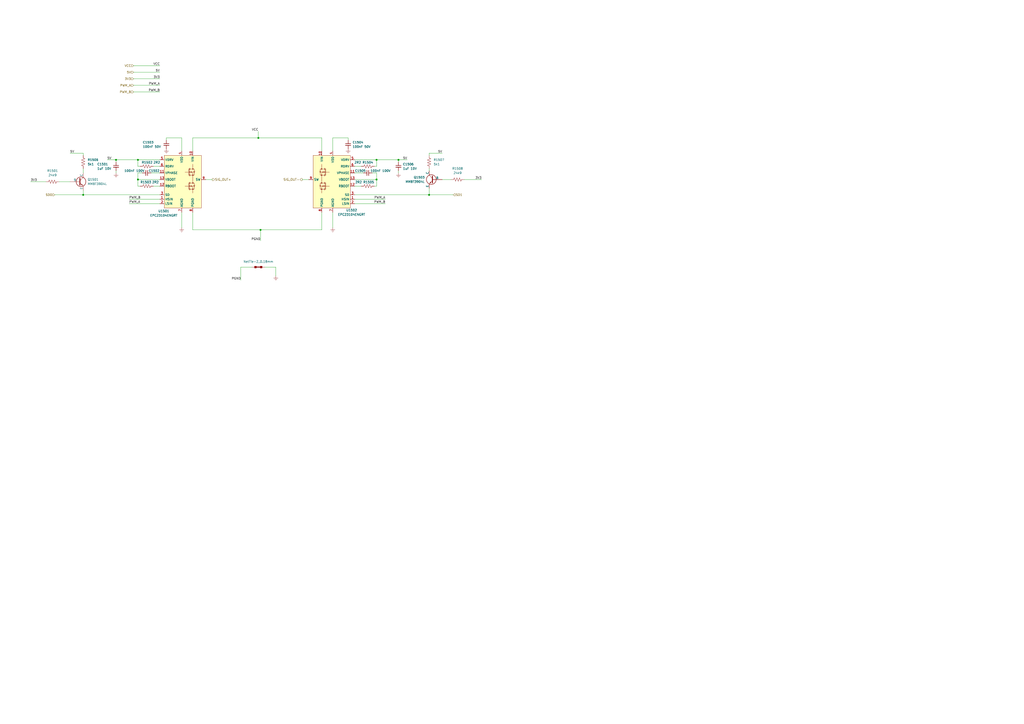
<source format=kicad_sch>
(kicad_sch (version 20250114) (generator "eeschema") (generator_version "9.0")
  (paper "A2")
  (lib_symbols
    (symbol "BR_Capacitors_0402:C_0402_100nF_50V_X7R_10%_AEC-Q200" (pin_numbers (hide yes)) (pin_names (offset 0.254) (hide yes))
      (property "Reference" "C" (at 1.016 1.778 0))
      (property "Value" "100nF 50V" (at 1.016 -1.778 0))
      (symbol "C_0402_100nF_50V_X7R_10%_AEC-Q200_0_1"
        (polyline (pts (xy -1.524 0.508) (xy 1.524 0.508)) (stroke (width 0.3048)))
        (polyline (pts (xy -1.524 -0.508) (xy 1.524 -0.508)) (stroke (width 0.3302)))
      )
      (symbol "C_0402_100nF_50V_X7R_10%_AEC-Q200_1_1"
        (pin passive line (at 0 2.54 270) (length 2.032) (name "~") (number "1"))
        (pin passive line (at 0 -2.54 90) (length 2.032) (name "~") (number "2"))
      )
    )
    (symbol "BR_Capacitors_0402:C_0402_1uF_10V_X7R_10%" (pin_numbers (hide yes)) (pin_names (offset 0.254) (hide yes))
      (property "Reference" "C" (at 1.016 1.778 0))
      (property "Value" "1uF 10V" (at 1.016 -1.778 0))
      (symbol "C_0402_1uF_10V_X7R_10%_0_1"
        (polyline (pts (xy -1.524 0.508) (xy 1.524 0.508)) (stroke (width 0.3048)))
        (polyline (pts (xy -1.524 -0.508) (xy 1.524 -0.508)) (stroke (width 0.3302)))
      )
      (symbol "C_0402_1uF_10V_X7R_10%_1_1"
        (pin passive line (at 0 2.54 270) (length 2.032) (name "~") (number "1"))
        (pin passive line (at 0 -2.54 90) (length 2.032) (name "~") (number "2"))
      )
    )
    (symbol "BR_Capacitors_0603:C_0603_100nF_100V_X7R_AEC-Q200" (pin_numbers (hide yes)) (pin_names (hide yes))
      (property "Reference" "C" (at 1.016 1.778 0))
      (property "Value" "100nF 100V" (at 1.016 -1.778 0))
      (symbol "C_0603_100nF_100V_X7R_AEC-Q200_0_1"
        (polyline (pts (xy -1.524 0.508) (xy 1.524 0.508)) (stroke (width 0.3048)))
        (polyline (pts (xy -1.524 -0.508) (xy 1.524 -0.508)) (stroke (width 0.3048)))
      )
      (symbol "C_0603_100nF_100V_X7R_AEC-Q200_1_1"
        (pin passive line (at 0 2.54 270) (length 2.032) (name "~") (number "1"))
        (pin passive line (at 0 -2.54 90) (length 2.032) (name "~") (number "2"))
      )
    )
    (symbol "BR_PMIC:EPC23104ENGRT"
      (property "Reference" "U" (at 9.525 17.78 0))
      (property "Value" "EPC23104ENGRT" (at 23.495 15.24 0))
      (symbol "EPC23104ENGRT_0_1"
        (rectangle (start -10.16 13.97) (end 11.43 -16.51) (fill (type background)))
        (polyline (pts (xy 1.905 4.318) (xy 4.191 4.318)))
        (polyline (pts (xy 1.905 -3.81) (xy 4.191 -3.81)))
        (polyline (pts (xy 4.191 6.223) (xy 4.191 2.413)) (stroke (width 0.254)))
        (polyline (pts (xy 4.191 -1.905) (xy 4.191 -5.715)) (stroke (width 0.254)))
        (polyline (pts (xy 4.699 6.604) (xy 4.699 5.588)) (stroke (width 0.254)))
        (polyline (pts (xy 4.699 4.826) (xy 4.699 3.81)) (stroke (width 0.254)))
        (polyline (pts (xy 4.699 3.048) (xy 4.699 2.032)) (stroke (width 0.254)))
        (polyline (pts (xy 4.699 -1.524) (xy 4.699 -2.54)) (stroke (width 0.254)))
        (polyline (pts (xy 4.699 -3.302) (xy 4.699 -4.318)) (stroke (width 0.254)))
        (polyline (pts (xy 4.699 -5.08) (xy 4.699 -6.096)) (stroke (width 0.254)))
        (polyline (pts (xy 6.477 8.89) (xy 6.477 6.096)))
        (circle (center 6.477 6.096) (radius 0.254) (fill (type outline)))
        (circle (center 6.477 2.54) (radius 0.254) (fill (type outline)))
        (polyline (pts (xy 6.477 1.778) (xy 6.477 -2.032)))
        (polyline (pts (xy 6.477 1.778) (xy 6.477 4.318) (xy 5.588 4.318)))
        (circle (center 6.477 -2.032) (radius 0.254) (fill (type outline)))
        (circle (center 6.477 -5.588) (radius 0.254) (fill (type outline)))
        (polyline (pts (xy 6.477 -7.874) (xy 6.477 -3.81) (xy 5.588 -3.81)))
        (polyline (pts (xy 7.747 4.826) (xy 7.62 4.699) (xy 6.858 4.699) (xy 6.731 4.572)))
        (polyline (pts (xy 7.747 -3.302) (xy 7.62 -3.429) (xy 6.858 -3.429) (xy 6.731 -3.556)))
      )
      (symbol "EPC23104ENGRT_1_1"
        (polyline (pts (xy 4.699 2.54) (xy 7.239 2.54) (xy 7.239 4.318) (xy 7.239 4.191)))
        (polyline (pts (xy 4.699 -5.588) (xy 7.239 -5.588) (xy 7.239 -3.81) (xy 7.239 -3.937)))
        (polyline (pts (xy 4.826 4.318) (xy 5.842 4.699) (xy 5.842 3.937) (xy 4.826 4.318)) (stroke (width -0.0001)) (fill (type outline)))
        (polyline (pts (xy 4.826 -3.81) (xy 5.842 -3.429) (xy 5.842 -4.191) (xy 4.826 -3.81)) (stroke (width -0.0001)) (fill (type outline)))
        (polyline (pts (xy 7.239 4.699) (xy 7.239 6.096) (xy 4.699 6.096)))
        (polyline (pts (xy 7.239 4.699) (xy 7.62 4.064) (xy 6.858 4.064) (xy 7.239 4.699)) (stroke (width -0.0001)) (fill (type outline)))
        (polyline (pts (xy 7.239 -3.429) (xy 7.239 -2.032) (xy 4.699 -2.032)))
        (polyline (pts (xy 7.239 -3.429) (xy 7.62 -4.064) (xy 6.858 -4.064) (xy 7.239 -3.429)) (stroke (width -0.0001)) (fill (type outline)))
        (pin power_in line (at -12.7 11.43 0) (length 2.54) (name "VDRV") (number "5"))
        (pin passive line (at -12.7 7.62 0) (length 2.54) (name "RDRV") (number "6"))
        (pin passive line (at -12.7 3.81 0) (length 2.54) (name "VPHASE") (number "11"))
        (pin passive line (at -12.7 0 0) (length 2.54) (name "VBOOT") (number "13"))
        (pin passive line (at -12.7 -3.81 0) (length 2.54) (name "RBOOT") (number "12"))
        (pin input line (at -12.7 -8.89 0) (length 2.54) (name "SD") (number "3"))
        (pin input line (at -12.7 -11.43 0) (length 2.54) (name "HSIN") (number "1"))
        (pin input line (at -12.7 -13.97 0) (length 2.54) (name "LSIN") (number "2"))
        (pin power_out line (at 0 16.51 270) (length 2.54) (name "VDD") (number "4"))
        (pin power_in line (at 0 -19.05 90) (length 2.54) (name "AGND") (number "7"))
        (pin power_in line (at 6.35 16.51 270) (length 2.54) (name "VIN") (number "10"))
        (pin power_in line (at 6.35 -19.05 90) (length 2.54) (name "PGND") (number "8"))
        (pin power_out line (at 13.97 0 180) (length 2.54) (name "SW") (number "9"))
      )
    )
    (symbol "BR_Resistors_0402:R_0402_24k9" (pin_numbers (hide yes)) (pin_names (offset 0) (hide yes))
      (property "Reference" "R" (at 1.524 1.27 0))
      (property "Value" "24k9" (at 1.524 -1.27 0))
      (symbol "R_0402_24k9_0_1"
        (polyline (pts (xy 0 2.286) (xy 0 2.54)))
        (polyline (pts (xy 0 2.286) (xy 1.016 1.905) (xy 0 1.524) (xy -1.016 1.143) (xy 0 0.762)))
        (polyline (pts (xy 0 0.762) (xy 1.016 0.381) (xy 0 0) (xy -1.016 -0.381) (xy 0 -0.762)))
        (polyline (pts (xy 0 -0.762) (xy 1.016 -1.143) (xy 0 -1.524) (xy -1.016 -1.905) (xy 0 -2.286)))
        (polyline (pts (xy 0 -2.286) (xy 0 -2.54)))
      )
      (symbol "R_0402_24k9_1_1"
        (pin passive line (at 0 3.81 270) (length 1.27) (name "~") (number "1"))
        (pin passive line (at 0 -3.81 90) (length 1.27) (name "~") (number "2"))
      )
    )
    (symbol "BR_Resistors_0402:R_0402_2R2" (pin_numbers (hide yes)) (pin_names (offset 0) (hide yes))
      (property "Reference" "R" (at 1.524 1.27 0))
      (property "Value" "2R2" (at 1.524 -1.27 0))
      (symbol "R_0402_2R2_0_1"
        (polyline (pts (xy 0 2.286) (xy 0 2.54)))
        (polyline (pts (xy 0 2.286) (xy 1.016 1.905) (xy 0 1.524) (xy -1.016 1.143) (xy 0 0.762)))
        (polyline (pts (xy 0 0.762) (xy 1.016 0.381) (xy 0 0) (xy -1.016 -0.381) (xy 0 -0.762)))
        (polyline (pts (xy 0 -0.762) (xy 1.016 -1.143) (xy 0 -1.524) (xy -1.016 -1.905) (xy 0 -2.286)))
        (polyline (pts (xy 0 -2.286) (xy 0 -2.54)))
      )
      (symbol "R_0402_2R2_1_1"
        (pin passive line (at 0 3.81 270) (length 1.27) (name "~") (number "1"))
        (pin passive line (at 0 -3.81 90) (length 1.27) (name "~") (number "2"))
      )
    )
    (symbol "BR_Resistors_0402:R_0402_5k1" (pin_numbers (hide yes)) (pin_names (offset 0) (hide yes))
      (property "Reference" "R" (at 1.524 1.27 0))
      (property "Value" "5k1" (at 1.524 -1.27 0))
      (symbol "R_0402_5k1_0_1"
        (polyline (pts (xy 0 2.286) (xy 0 2.54)))
        (polyline (pts (xy 0 2.286) (xy 1.016 1.905) (xy 0 1.524) (xy -1.016 1.143) (xy 0 0.762)))
        (polyline (pts (xy 0 0.762) (xy 1.016 0.381) (xy 0 0) (xy -1.016 -0.381) (xy 0 -0.762)))
        (polyline (pts (xy 0 -0.762) (xy 1.016 -1.143) (xy 0 -1.524) (xy -1.016 -1.905) (xy 0 -2.286)))
        (polyline (pts (xy 0 -2.286) (xy 0 -2.54)))
      )
      (symbol "R_0402_5k1_1_1"
        (pin passive line (at 0 3.81 270) (length 1.27) (name "~") (number "1"))
        (pin passive line (at 0 -3.81 90) (length 1.27) (name "~") (number "2"))
      )
    )
    (symbol "BR_Transistors:BJT_N_MMBT3904L" (pin_numbers (hide yes)) (pin_names (offset 0))
      (property "Reference" "Q" (at 5.08 1.27 0))
      (property "Value" "MMBT3904L" (at 5.08 -1.27 0))
      (symbol "BJT_N_MMBT3904L_0_1"
        (polyline (pts (xy 0.635 0.635) (xy 2.54 2.54)))
        (polyline (pts (xy 0.635 -0.635) (xy 1.651 -1.651) (xy 1.651 -1.651)))
        (circle (center 1.27 0) (radius 2.8194) (stroke (width 0.254)))
      )
      (symbol "BJT_N_MMBT3904L_1_1"
        (rectangle (start 0.381 2.159) (end 0.889 -2.159) (stroke (width -0.0001)) (fill (type outline)))
        (polyline (pts (xy 1.778 -1.27) (xy 1.27 -1.778) (xy 2.413 -2.413) (xy 1.778 -1.27) (xy 1.778 -1.27)) (stroke (width -0.0001)) (fill (type outline)))
        (pin input line (at -5.08 0 0) (length 5.715) (name "B") (number "1"))
        (pin passive line (at 2.54 5.08 270) (length 2.54) (name "C") (number "3"))
        (pin passive line (at 2.54 -5.08 90) (length 2.54) (name "E") (number "2"))
      )
    )
    (symbol "BR_Virtual_Parts:GND" (power) (pin_numbers (hide yes)) (pin_names (offset 0) (hide yes))
      (property "Value" "GND" (at 0 -3.556 0))
      (symbol "GND_0_1"
        (polyline (pts (xy -0.635 -1.905) (xy 0.635 -1.905)))
        (polyline (pts (xy -0.127 -2.54) (xy 0.127 -2.54)))
        (polyline (pts (xy 0 -1.27) (xy 0 0)))
        (polyline (pts (xy 1.27 -1.27) (xy -1.27 -1.27)))
      )
      (symbol "GND_1_1"
        (pin power_in line (at 0 0 270) (length 0) (hide yes) (name "GNDREF") (number "1"))
      )
    )
    (symbol "BR_Virtual_Parts:NetTie-2_0.18mm_long" (pin_numbers (hide yes)) (pin_names (offset 0)) (in_bom no)
      (property "Value" "NetTie-2_0.18mm" (at 2.54 0 90))
      (symbol "NetTie-2_0.18mm_long_0_1"
        (polyline (pts (xy 0 2.286) (xy 0 2.54)))
        (polyline (pts (xy 0 -2.286) (xy 0 -2.54)))
      )
      (symbol "NetTie-2_0.18mm_long_1_1"
        (rectangle (start -0.635 2.286) (end 0.635 1.016) (stroke (width -0.0001)) (fill (type outline)))
        (rectangle (start -0.635 -1.016) (end 0.635 -2.286) (stroke (width -0.0001)) (fill (type outline)))
        (rectangle (start -0.254 1.016) (end 0.254 -1.016) (stroke (width -0.0001)) (fill (type outline)))
        (pin passive line (at 0 3.81 270) (length 1.27) (name "~") (number "1"))
        (pin passive line (at 0 -3.81 90) (length 1.27) (name "~") (number "2"))
      )
    )
    (symbol "EPC23104ENGRT_1"
      (property "Reference" "U" (at 9.525 17.78 0))
      (property "Value" "EPC23104ENGRT" (at 23.495 15.24 0))
      (symbol "EPC23104ENGRT_1_0_1"
        (rectangle (start -10.16 13.97) (end 11.43 -16.51) (fill (type background)))
        (polyline (pts (xy 1.905 4.318) (xy 4.191 4.318)))
        (polyline (pts (xy 1.905 -3.81) (xy 4.191 -3.81)))
        (polyline (pts (xy 4.191 6.223) (xy 4.191 2.413)) (stroke (width 0.254)))
        (polyline (pts (xy 4.191 -1.905) (xy 4.191 -5.715)) (stroke (width 0.254)))
        (polyline (pts (xy 4.699 6.604) (xy 4.699 5.588)) (stroke (width 0.254)))
        (polyline (pts (xy 4.699 4.826) (xy 4.699 3.81)) (stroke (width 0.254)))
        (polyline (pts (xy 4.699 3.048) (xy 4.699 2.032)) (stroke (width 0.254)))
        (polyline (pts (xy 4.699 -1.524) (xy 4.699 -2.54)) (stroke (width 0.254)))
        (polyline (pts (xy 4.699 -3.302) (xy 4.699 -4.318)) (stroke (width 0.254)))
        (polyline (pts (xy 4.699 -5.08) (xy 4.699 -6.096)) (stroke (width 0.254)))
        (polyline (pts (xy 6.477 8.89) (xy 6.477 6.096)))
        (circle (center 6.477 6.096) (radius 0.254) (fill (type outline)))
        (circle (center 6.477 2.54) (radius 0.254) (fill (type outline)))
        (polyline (pts (xy 6.477 1.778) (xy 6.477 -2.032)))
        (polyline (pts (xy 6.477 1.778) (xy 6.477 4.318) (xy 5.588 4.318)))
        (circle (center 6.477 -2.032) (radius 0.254) (fill (type outline)))
        (circle (center 6.477 -5.588) (radius 0.254) (fill (type outline)))
        (polyline (pts (xy 6.477 -7.874) (xy 6.477 -3.81) (xy 5.588 -3.81)))
        (polyline (pts (xy 7.747 4.826) (xy 7.62 4.699) (xy 6.858 4.699) (xy 6.731 4.572)))
        (polyline (pts (xy 7.747 -3.302) (xy 7.62 -3.429) (xy 6.858 -3.429) (xy 6.731 -3.556)))
      )
      (symbol "EPC23104ENGRT_1_1_1"
        (polyline (pts (xy 4.699 2.54) (xy 7.239 2.54) (xy 7.239 4.318) (xy 7.239 4.191)))
        (polyline (pts (xy 4.699 -5.588) (xy 7.239 -5.588) (xy 7.239 -3.81) (xy 7.239 -3.937)))
        (polyline (pts (xy 4.826 4.318) (xy 5.842 4.699) (xy 5.842 3.937) (xy 4.826 4.318)) (stroke (width -0.0001)) (fill (type outline)))
        (polyline (pts (xy 4.826 -3.81) (xy 5.842 -3.429) (xy 5.842 -4.191) (xy 4.826 -3.81)) (stroke (width -0.0001)) (fill (type outline)))
        (polyline (pts (xy 7.239 4.699) (xy 7.239 6.096) (xy 4.699 6.096)))
        (polyline (pts (xy 7.239 4.699) (xy 7.62 4.064) (xy 6.858 4.064) (xy 7.239 4.699)) (stroke (width -0.0001)) (fill (type outline)))
        (polyline (pts (xy 7.239 -3.429) (xy 7.239 -2.032) (xy 4.699 -2.032)))
        (polyline (pts (xy 7.239 -3.429) (xy 7.62 -4.064) (xy 6.858 -4.064) (xy 7.239 -3.429)) (stroke (width -0.0001)) (fill (type outline)))
        (pin power_in line (at -12.7 11.43 0) (length 2.54) (name "VDRV") (number "5"))
        (pin passive line (at -12.7 7.62 0) (length 2.54) (name "RDRV") (number "6"))
        (pin passive line (at -12.7 3.81 0) (length 2.54) (name "VPHASE") (number "11"))
        (pin passive line (at -12.7 0 0) (length 2.54) (name "VBOOT") (number "13"))
        (pin passive line (at -12.7 -3.81 0) (length 2.54) (name "RBOOT") (number "12"))
        (pin input line (at -12.7 -8.89 0) (length 2.54) (name "SD") (number "3"))
        (pin input line (at -12.7 -11.43 0) (length 2.54) (name "HSIN") (number "1"))
        (pin input line (at -12.7 -13.97 0) (length 2.54) (name "LSIN") (number "2"))
        (pin power_out line (at 0 16.51 270) (length 2.54) (name "VDD") (number "4"))
        (pin power_in line (at 0 -19.05 90) (length 2.54) (name "AGND") (number "7"))
        (pin power_in line (at 6.35 16.51 270) (length 2.54) (name "VIN") (number "10"))
        (pin power_in line (at 6.35 -19.05 90) (length 2.54) (name "PGND") (number "8"))
        (pin power_out line (at 13.97 0 180) (length 2.54) (name "SW") (number "9"))
      )
    )
  )
  (junction (at 248.92 113.03))
  (junction (at 48.26 113.03))
  (junction (at 218.44 92.71))
  (junction (at 149.86 80.01))
  (junction (at 151.13 133.35))
  (junction (at 218.44 104.14))
  (junction (at 67.31 92.71))
  (junction (at 231.14 92.71))
  (junction (at 80.01 92.71))
  (junction (at 80.01 104.14))
  (wire (pts (xy 105.41 80.01) (xy 96.52 80.01)))
  (wire (pts (xy 269.24 104.14) (xy 279.4 104.14)))
  (wire (pts (xy 175.26 104.14) (xy 179.07 104.14)))
  (wire (pts (xy 74.93 118.11) (xy 92.71 118.11)))
  (wire (pts (xy 92.71 107.95) (xy 88.9 107.95)))
  (wire (pts (xy 149.86 80.01) (xy 149.86 76.2)))
  (wire (pts (xy 77.47 49.53) (xy 92.71 49.53)))
  (wire (pts (xy 205.74 100.33) (xy 210.82 100.33)))
  (wire (pts (xy 139.7 154.94) (xy 146.05 154.94)))
  (wire (pts (xy 248.92 88.9) (xy 256.54 88.9)))
  (wire (pts (xy 77.47 38.1) (xy 92.71 38.1)))
  (wire (pts (xy 80.01 100.33) (xy 80.01 104.14)))
  (wire (pts (xy 160.02 154.94) (xy 160.02 160.02)))
  (wire (pts (xy 217.17 96.52) (xy 218.44 96.52)))
  (wire (pts (xy 67.31 92.71) (xy 67.31 93.98)))
  (wire (pts (xy 80.01 92.71) (xy 92.71 92.71)))
  (wire (pts (xy 205.74 107.95) (xy 209.55 107.95)))
  (wire (pts (xy 205.74 104.14) (xy 218.44 104.14)))
  (wire (pts (xy 48.26 88.9) (xy 48.26 90.17)))
  (wire (pts (xy 231.14 92.71) (xy 236.22 92.71)))
  (wire (pts (xy 111.76 123.19) (xy 111.76 133.35)))
  (wire (pts (xy 193.04 87.63) (xy 193.04 80.01)))
  (wire (pts (xy 205.74 92.71) (xy 218.44 92.71)))
  (wire (pts (xy 218.44 107.95) (xy 218.44 104.14)))
  (wire (pts (xy 248.92 97.79) (xy 248.92 99.06)))
  (wire (pts (xy 77.47 53.34) (xy 92.71 53.34)))
  (wire (pts (xy 186.69 80.01) (xy 186.69 87.63)))
  (wire (pts (xy 81.28 107.95) (xy 80.01 107.95)))
  (wire (pts (xy 186.69 123.19) (xy 186.69 133.35)))
  (wire (pts (xy 231.14 92.71) (xy 231.14 93.98)))
  (wire (pts (xy 80.01 104.14) (xy 92.71 104.14)))
  (wire (pts (xy 96.52 80.01) (xy 96.52 81.28)))
  (wire (pts (xy 111.76 133.35) (xy 151.13 133.35)))
  (wire (pts (xy 248.92 113.03) (xy 262.89 113.03)))
  (wire (pts (xy 80.01 92.71) (xy 80.01 96.52)))
  (wire (pts (xy 40.64 88.9) (xy 48.26 88.9)))
  (wire (pts (xy 111.76 80.01) (xy 149.86 80.01)))
  (wire (pts (xy 81.28 96.52) (xy 80.01 96.52)))
  (wire (pts (xy 67.31 99.06) (xy 67.31 100.33)))
  (wire (pts (xy 193.04 80.01) (xy 201.93 80.01)))
  (wire (pts (xy 205.74 96.52) (xy 209.55 96.52)))
  (wire (pts (xy 48.26 113.03) (xy 48.26 110.49)))
  (wire (pts (xy 149.86 80.01) (xy 186.69 80.01)))
  (wire (pts (xy 231.14 99.06) (xy 231.14 100.33)))
  (wire (pts (xy 105.41 87.63) (xy 105.41 80.01)))
  (wire (pts (xy 77.47 45.72) (xy 92.71 45.72)))
  (wire (pts (xy 92.71 100.33) (xy 87.63 100.33)))
  (wire (pts (xy 74.93 115.57) (xy 92.71 115.57)))
  (wire (pts (xy 92.71 96.52) (xy 88.9 96.52)))
  (wire (pts (xy 82.55 100.33) (xy 80.01 100.33)))
  (wire (pts (xy 31.75 113.03) (xy 48.26 113.03)))
  (wire (pts (xy 205.74 115.57) (xy 223.52 115.57)))
  (wire (pts (xy 201.93 80.01) (xy 201.93 81.28)))
  (wire (pts (xy 151.13 133.35) (xy 151.13 139.7)))
  (wire (pts (xy 62.23 92.71) (xy 67.31 92.71)))
  (wire (pts (xy 17.78 105.41) (xy 26.67 105.41)))
  (wire (pts (xy 256.54 104.14) (xy 261.62 104.14)))
  (wire (pts (xy 139.7 162.56) (xy 139.7 154.94)))
  (wire (pts (xy 215.9 100.33) (xy 218.44 100.33)))
  (wire (pts (xy 153.67 154.94) (xy 160.02 154.94)))
  (wire (pts (xy 248.92 109.22) (xy 248.92 113.03)))
  (wire (pts (xy 105.41 123.19) (xy 105.41 132.08)))
  (wire (pts (xy 193.04 123.19) (xy 193.04 132.08)))
  (wire (pts (xy 218.44 92.71) (xy 231.14 92.71)))
  (wire (pts (xy 205.74 113.03) (xy 248.92 113.03)))
  (wire (pts (xy 111.76 87.63) (xy 111.76 80.01)))
  (wire (pts (xy 119.38 104.14) (xy 123.19 104.14)))
  (wire (pts (xy 205.74 118.11) (xy 223.52 118.11)))
  (wire (pts (xy 248.92 88.9) (xy 248.92 90.17)))
  (wire (pts (xy 48.26 113.03) (xy 92.71 113.03)))
  (wire (pts (xy 218.44 100.33) (xy 218.44 104.14)))
  (wire (pts (xy 151.13 133.35) (xy 186.69 133.35)))
  (wire (pts (xy 218.44 92.71) (xy 218.44 96.52)))
  (wire (pts (xy 77.47 41.91) (xy 92.71 41.91)))
  (wire (pts (xy 48.26 97.79) (xy 48.26 100.33)))
  (wire (pts (xy 67.31 92.71) (xy 80.01 92.71)))
  (wire (pts (xy 217.17 107.95) (xy 218.44 107.95)))
  (wire (pts (xy 80.01 107.95) (xy 80.01 104.14)))
  (wire (pts (xy 34.29 105.41) (xy 40.64 105.41)))
  (label "VCC" (at 149.86 76.2 180))
  (label "PWM_A" (at 223.52 115.57 180))
  (label "PWM_B" (at 92.71 53.34 180))
  (label "5V" (at 92.71 41.91 180))
  (label "PWM_B" (at 74.93 115.57 0))
  (label "PGND" (at 139.7 162.56 180))
  (label "PGND" (at 151.13 139.7 180))
  (label "5V" (at 236.22 92.71 180))
  (label "5V" (at 62.23 92.71 0))
  (label "PWM_A" (at 74.93 118.11 0))
  (label "3V3" (at 17.78 105.41 0))
  (label "VCC" (at 92.71 38.1 180))
  (label "5V" (at 256.54 88.9 180))
  (label "PWM_B" (at 223.52 118.11 180))
  (label "PWM_A" (at 92.71 49.53 180))
  (label "3V3" (at 92.71 45.72 180))
  (label "5V" (at 40.64 88.9 0))
  (label "3V3" (at 279.4 104.14 180))
  (hierarchical_label "PWM_A" (shape input) (at 77.47 49.53 180))
  (hierarchical_label "5V" (shape input) (at 77.47 41.91 180))
  (hierarchical_label "VCC" (shape input) (at 77.47 38.1 180))
  (hierarchical_label "SD1" (shape input) (at 262.89 113.03 0))
  (hierarchical_label "SIG_OUT+" (shape output) (at 123.19 104.14 0))
  (hierarchical_label "SD0" (shape input) (at 31.75 113.03 180))
  (hierarchical_label "SIG_OUT-" (shape output) (at 175.26 104.14 180))
  (hierarchical_label "PWM_B" (shape input) (at 77.47 53.34 180))
  (hierarchical_label "3V3" (shape input) (at 77.47 45.72 180))
  (symbol (lib_id "BR_Resistors_0402:R_0402_2R2") (at 85.09 107.95 90) (unit 1)
    (property "Reference" "R1503" (at 84.582 105.664 90))
    (property "Value" "2R2" (at 90.17 105.664 90))
    (property "Footprint" "BR_Passives:R_0402_1005Metric-minimized" (effects (hide yes)))
    (property "Datasheet" "https://jlcpcb.com/api/file/downloadByFileSystemAccessId/8588947077061070848" (effects (hide yes)))
    (property "Description" "2.2R 1% 200ppm 62.5mW Thick Film Resistor 0402" (effects (hide yes)))
    (property "Manufacturer" "YAGEO" (effects (hide yes)))
    (property "Manufacturer Part Num" "RC0402FR-072R2L" (effects (hide yes)))
    (property "BRE Number" "BRE-001225" (effects (hide yes)))
    (property "Supplier 1" "DigiKey" (effects (hide yes)))
    (property "Supplier Part Num 1" "311-2.20LRCT-ND" (effects (hide yes)))
    (property "Supplier 2" "DigiKey" (effects (hide yes)))
    (property "Supplier Part Num 2" "311-2.20LRCT-ND" (effects (hide yes)))
    (property "Supplier 3" "JLCPCB" (effects (hide yes)))
    (property "Supplier Part Num 3" "C327251" (effects (hide yes)))
    (property "JLCPCB Part Num" "C327251" (effects (hide yes)))
  )
  (symbol (lib_id "BR_Resistors_0402:R_0402_2R2") (at 213.36 107.95 90) (unit 1)
    (property "Reference" "R1505" (at 213.868 105.664 90))
    (property "Value" "2R2" (at 208.026 105.664 90))
    (property "Footprint" "BR_Passives:R_0402_1005Metric-minimized" (effects (hide yes)))
    (property "Datasheet" "https://jlcpcb.com/api/file/downloadByFileSystemAccessId/8588947077061070848" (effects (hide yes)))
    (property "Description" "2.2R 1% 200ppm 62.5mW Thick Film Resistor 0402" (effects (hide yes)))
    (property "Manufacturer" "YAGEO" (effects (hide yes)))
    (property "Manufacturer Part Num" "RC0402FR-072R2L" (effects (hide yes)))
    (property "BRE Number" "BRE-001225" (effects (hide yes)))
    (property "Supplier 1" "DigiKey" (effects (hide yes)))
    (property "Supplier Part Num 1" "311-2.20LRCT-ND" (effects (hide yes)))
    (property "Supplier 2" "DigiKey" (effects (hide yes)))
    (property "Supplier Part Num 2" "311-2.20LRCT-ND" (effects (hide yes)))
    (property "Supplier 3" "JLCPCB" (effects (hide yes)))
    (property "Supplier Part Num 3" "C327251" (effects (hide yes)))
    (property "JLCPCB Part Num" "C327251" (effects (hide yes)))
  )
  (symbol (lib_id "BR_Capacitors_0603:C_0603_100nF_100V_X7R_AEC-Q200") (at 85.09 100.33 90) (unit 1)
    (property "Reference" "C1502" (at 89.408 99.06 90))
    (property "Value" "100nF 100V" (at 77.978 99.06 90))
    (property "Footprint" "BR_Passives:C_0603_1608Metric-minimized" (effects (hide yes)))
    (property "Datasheet" "https://www.murata.com/-/media/webrenewal/support/library/catalog/products/k35e.ashx?la=en-us&cvid=20200508021757000000" (effects (hide yes)))
    (property "Description" "100nF 100V X7R 10% Ceramic Capacitor 0603 AEC-Q200" (effects (hide yes)))
    (property "Manufacturer" "Murata Electronics" (effects (hide yes)))
    (property "Manufacturer Part Num" "GCJ188R72A104KA01D" (effects (hide yes)))
    (property "BRE Number" "BRE-000034" (effects (hide yes)))
    (property "Supplier 1" "DigiKey" (effects (hide yes)))
    (property "Supplier Part Num 1" "490-13420-1-ND" (effects (hide yes)))
    (property "Supplier 2" "Mouser" (effects (hide yes)))
    (property "Supplier Part Num 2" "81-GCJ188R72A104KA1D" (effects (hide yes)))
    (property "Supplier 3" "JLCPCB" (effects (hide yes)))
    (property "Supplier Part Num 3" "C161117" (effects (hide yes)))
    (property "JLCPCB Part Num" "C161117" (effects (hide yes)))
  )
  (symbol (lib_id "BR_Resistors_0402:R_0402_5k1") (at 48.26 93.98 0) (unit 1)
    (property "Reference" "R1506" (at 50.8 92.7099 0) (effects (justify left)))
    (property "Value" "5k1" (at 50.8 95.2499 0) (effects (justify left)))
    (property "Footprint" "BR_Passives:C_0402_1005Metric-minimized" (effects (hide yes)))
    (property "Datasheet" "https://www.yageo.com/upload/media/product/products/datasheet/rchip/PYu-RC_Group_51_RoHS_L_12.pdf" (effects (hide yes)))
    (property "Description" "5.1k 1% 100ppm 62.5mW Thick Film Resistor 0402" (effects (hide yes)))
    (property "Manufacturer" "YAGEO" (effects (hide yes)))
    (property "Manufacturer Part Num" "RC0402FR-075K1L" (effects (hide yes)))
    (property "BRE Number" "BRE-000358" (effects (hide yes)))
    (property "Supplier 1" "DigiKey" (effects (hide yes)))
    (property "Supplier Part Num 1" "311-5.10KLRCT-ND" (effects (hide yes)))
    (property "Supplier 2" "Mouser" (effects (hide yes)))
    (property "Supplier Part Num 2" "RC0402FR-075K1L" (effects (hide yes)))
    (property "Supplier 3" "JLCPCB" (effects (hide yes)))
    (property "Supplier Part Num 3" "C105872" (effects (hide yes)))
    (property "JLCPCB Part Num" "C105872" (effects (hide yes)))
  )
  (symbol (lib_id "BR_Resistors_0402:R_0402_2R2") (at 213.36 96.52 90) (unit 1)
    (property "Reference" "R1504" (at 213.36 94.234 90))
    (property "Value" "2R2" (at 207.518 94.234 90))
    (property "Footprint" "BR_Passives:R_0402_1005Metric-minimized" (effects (hide yes)))
    (property "Datasheet" "https://jlcpcb.com/api/file/downloadByFileSystemAccessId/8588947077061070848" (effects (hide yes)))
    (property "Description" "2.2R 1% 200ppm 62.5mW Thick Film Resistor 0402" (effects (hide yes)))
    (property "Manufacturer" "YAGEO" (effects (hide yes)))
    (property "Manufacturer Part Num" "RC0402FR-072R2L" (effects (hide yes)))
    (property "BRE Number" "BRE-001225" (effects (hide yes)))
    (property "Supplier 1" "DigiKey" (effects (hide yes)))
    (property "Supplier Part Num 1" "311-2.20LRCT-ND" (effects (hide yes)))
    (property "Supplier 2" "DigiKey" (effects (hide yes)))
    (property "Supplier Part Num 2" "311-2.20LRCT-ND" (effects (hide yes)))
    (property "Supplier 3" "JLCPCB" (effects (hide yes)))
    (property "Supplier Part Num 3" "C327251" (effects (hide yes)))
    (property "JLCPCB Part Num" "C327251" (effects (hide yes)))
  )
  (symbol (lib_id "BR_Virtual_Parts:GND") (at 201.93 86.36 0) (unit 1)
    (property "Reference" "#PWR01507" (effects (hide yes)))
    (property "Value" "GND" (effects (hide yes)))
  )
  (symbol (lib_id "BR_Virtual_Parts:GND") (at 67.31 100.33 0) (unit 1)
    (property "Reference" "#PWR01502" (effects (hide yes)))
    (property "Value" "GND" (effects (hide yes)))
  )
  (symbol (lib_id "BR_Resistors_0402:R_0402_5k1") (at 248.92 93.98 0) (unit 1)
    (property "Reference" "R1507" (at 251.46 92.7099 0) (effects (justify left)))
    (property "Value" "5k1" (at 251.46 95.2499 0) (effects (justify left)))
    (property "Footprint" "BR_Passives:C_0402_1005Metric-minimized" (effects (hide yes)))
    (property "Datasheet" "https://www.yageo.com/upload/media/product/products/datasheet/rchip/PYu-RC_Group_51_RoHS_L_12.pdf" (effects (hide yes)))
    (property "Description" "5.1k 1% 100ppm 62.5mW Thick Film Resistor 0402" (effects (hide yes)))
    (property "Manufacturer" "YAGEO" (effects (hide yes)))
    (property "Manufacturer Part Num" "RC0402FR-075K1L" (effects (hide yes)))
    (property "BRE Number" "BRE-000358" (effects (hide yes)))
    (property "Supplier 1" "DigiKey" (effects (hide yes)))
    (property "Supplier Part Num 1" "311-5.10KLRCT-ND" (effects (hide yes)))
    (property "Supplier 2" "Mouser" (effects (hide yes)))
    (property "Supplier Part Num 2" "RC0402FR-075K1L" (effects (hide yes)))
    (property "Supplier 3" "JLCPCB" (effects (hide yes)))
    (property "Supplier Part Num 3" "C105872" (effects (hide yes)))
    (property "JLCPCB Part Num" "C105872" (effects (hide yes)))
  )
  (symbol (lib_id "BR_Virtual_Parts:GND") (at 105.41 132.08 0) (unit 1)
    (property "Reference" "#PWR01504" (effects (hide yes)))
    (property "Value" "GND" (effects (hide yes)))
  )
  (symbol (lib_id "BR_Capacitors_0402:C_0402_1uF_10V_X7R_10%") (at 231.14 96.52 0) (unit 1)
    (property "Reference" "C1506" (at 233.68 95.2562 0) (effects (justify left)))
    (property "Value" "1uF 10V" (at 233.68 97.7962 0) (effects (justify left)))
    (property "Footprint" "BR_Passives:C_0402_1005Metric-minimized" (effects (hide yes)))
    (property "Datasheet" "https://search.murata.co.jp/Ceramy/image/img/A01X/G101/ENG/GRM155Z71A105KE01-01.pdf" (effects (hide yes)))
    (property "Description" "1uF 10V X7R 10% Ceramic Capacitor 0402" (effects (hide yes)))
    (property "Manufacturer" "Murata Electronics" (effects (hide yes)))
    (property "Manufacturer Part Num" "GRM155Z71A105KE01D" (effects (hide yes)))
    (property "BRE Number" "BRE-000019" (effects (hide yes)))
    (property "Supplier 1" "DigiKey" (effects (hide yes)))
    (property "Supplier Part Num 1" "490-GRM155Z71A105KE01DDKR-ND" (effects (hide yes)))
    (property "Supplier 2" "Mouser" (effects (hide yes)))
    (property "Supplier Part Num 2" "81-GRM155Z71A105KE1D" (effects (hide yes)))
    (property "Supplier 3" "JLCPCB" (effects (hide yes)))
    (property "Supplier Part Num 3" "C528974" (effects (hide yes)))
    (property "JLCPCB Part Num" "C528974" (effects (hide yes)))
  )
  (symbol (lib_id "BR_Virtual_Parts:GND") (at 160.02 160.02 0) (unit 1)
    (property "Reference" "#PWR01505" (effects (hide yes)))
    (property "Value" "GND" (effects (hide yes)))
  )
  (symbol (lib_id "BR_Resistors_0402:R_0402_24k9") (at 30.48 105.41 90) (unit 1)
    (property "Reference" "R1501" (at 30.48 99.06 90))
    (property "Value" "24k9" (at 30.48 101.6 90))
    (property "Footprint" "BR_Passives:C_0402_1005Metric-minimized" (effects (hide yes)))
    (property "Datasheet" "https://www.yageo.com/upload/media/product/products/datasheet/rchip/PYu-RC_Group_51_RoHS_L_12.pdf" (effects (hide yes)))
    (property "Description" "24.9k 1% 100ppm 62.5mW Thick Film Resistor 0402" (effects (hide yes)))
    (property "Manufacturer" "YAGEO" (effects (hide yes)))
    (property "Manufacturer Part Num" "RC0402FR-0724K9L" (effects (hide yes)))
    (property "BRE Number" "BRE-001239" (effects (hide yes)))
    (property "Supplier 1" "DigiKey" (effects (hide yes)))
    (property "Supplier Part Num 1" "311-24.9KLRCT-ND" (effects (hide yes)))
    (property "Supplier 2" "DigiKey" (effects (hide yes)))
    (property "Supplier Part Num 2" "311-24.9KLRCT-ND" (effects (hide yes)))
    (property "Supplier 3" "JLCPCB" (effects (hide yes)))
    (property "Supplier Part Num 3" "C138027" (effects (hide yes)))
    (property "JLCPCB Part Num" "C138027" (effects (hide yes)))
  )
  (symbol (lib_name "EPC23104ENGRT_1") (lib_id "BR_PMIC:EPC23104ENGRT") (at 105.41 104.14 0) (unit 1)
    (property "Reference" "U1501" (at 94.996 122.428 0))
    (property "Value" "EPC23104ENGRT" (at 94.996 124.968 0))
    (property "Footprint" "BR_Gate_Drivers:EPC23104" (effects (hide yes)))
    (property "Datasheet" "https://epc-co.com/epc/Portals/0/epc/documents/datasheets/EPC23104_datasheet.pdf" (effects (hide yes)))
    (property "Description" "Half Bridge Driver DC Motors, DC-DC Converters Gallium Nitride (GaN) FETs 13-WQFN-HR (3.5x5)" (effects (hide yes)))
    (property "Manufacturer" "EPC" (effects (hide yes)))
    (property "Manufacturer Part Num" "EPC23104ENGRT" (effects (hide yes)))
    (property "BRE Number" "BRE-001274" (effects (hide yes)))
    (property "LCSC Part" "C5448592" (effects (hide yes)))
    (property "JLCPCB Part Num" "C5448592" (effects (hide yes)))
  )
  (symbol (lib_id "BR_Virtual_Parts:GND") (at 96.52 86.36 0) (unit 1)
    (property "Reference" "#PWR01503" (effects (hide yes)))
    (property "Value" "GND" (effects (hide yes)))
  )
  (symbol (lib_id "BR_Resistors_0402:R_0402_24k9") (at 265.43 104.14 90) (unit 1)
    (property "Reference" "R1508" (at 265.43 97.79 90))
    (property "Value" "24k9" (at 265.43 100.33 90))
    (property "Footprint" "BR_Passives:C_0402_1005Metric-minimized" (effects (hide yes)))
    (property "Datasheet" "https://www.yageo.com/upload/media/product/products/datasheet/rchip/PYu-RC_Group_51_RoHS_L_12.pdf" (effects (hide yes)))
    (property "Description" "24.9k 1% 100ppm 62.5mW Thick Film Resistor 0402" (effects (hide yes)))
    (property "Manufacturer" "YAGEO" (effects (hide yes)))
    (property "Manufacturer Part Num" "RC0402FR-0724K9L" (effects (hide yes)))
    (property "BRE Number" "BRE-001239" (effects (hide yes)))
    (property "Supplier 1" "DigiKey" (effects (hide yes)))
    (property "Supplier Part Num 1" "311-24.9KLRCT-ND" (effects (hide yes)))
    (property "Supplier 2" "DigiKey" (effects (hide yes)))
    (property "Supplier Part Num 2" "311-24.9KLRCT-ND" (effects (hide yes)))
    (property "Supplier 3" "JLCPCB" (effects (hide yes)))
    (property "Supplier Part Num 3" "C138027" (effects (hide yes)))
    (property "JLCPCB Part Num" "C138027" (effects (hide yes)))
  )
  (symbol (lib_id "BR_Transistors:BJT_N_MMBT3904L") (at 45.72 105.41 0) (unit 1)
    (property "Reference" "Q1501" (at 50.8 104.1399 0) (effects (justify left)))
    (property "Value" "MMBT3904L" (at 50.8 106.6799 0) (effects (justify left)))
    (property "Footprint" "BR_SOT:SOT-23" (effects (hide yes)))
    (property "Datasheet" "https://www.onsemi.com/pdf/datasheet/mmbt3904lt1-d.pdf" (effects (hide yes)))
    (property "Description" "NPN BJT 40V 200mA 300mW 300MHz SOT-23-3" (effects (hide yes)))
    (property "Manufacturer" "onsemi" (effects (hide yes)))
    (property "Manufacturer Part Num" "MMBT3904LT1G" (effects (hide yes)))
    (property "BRE Number" "BRE-000400" (effects (hide yes)))
    (property "Supplier 1" "DigiKey" (effects (hide yes)))
    (property "Supplier Part Num 1" "MMBT3904LT1GOSCT-ND" (effects (hide yes)))
    (property "Supplier 2" "DigiKey" (effects (hide yes)))
    (property "Supplier Part Num 2" "MMBT3904LT1GOSTR-ND" (effects (hide yes)))
    (property "Supplier 3" "JLCPCB" (effects (hide yes)))
    (property "Supplier Part Num 3" "C81464/ C84555" (effects (hide yes)))
    (property "JLCPCB Part Num" "C81464" (effects (hide yes)))
  )
  (symbol (lib_id "BR_Capacitors_0402:C_0402_1uF_10V_X7R_10%") (at 67.31 96.52 0) (unit 1)
    (property "Reference" "C1501" (at 56.388 95.25 0) (effects (justify left)))
    (property "Value" "1uF 10V" (at 56.388 97.79 0) (effects (justify left)))
    (property "Footprint" "BR_Passives:C_0402_1005Metric-minimized" (effects (hide yes)))
    (property "Datasheet" "https://search.murata.co.jp/Ceramy/image/img/A01X/G101/ENG/GRM155Z71A105KE01-01.pdf" (effects (hide yes)))
    (property "Description" "1uF 10V X7R 10% Ceramic Capacitor 0402" (effects (hide yes)))
    (property "Manufacturer" "Murata Electronics" (effects (hide yes)))
    (property "Manufacturer Part Num" "GRM155Z71A105KE01D" (effects (hide yes)))
    (property "BRE Number" "BRE-000019" (effects (hide yes)))
    (property "Supplier 1" "DigiKey" (effects (hide yes)))
    (property "Supplier Part Num 1" "490-GRM155Z71A105KE01DDKR-ND" (effects (hide yes)))
    (property "Supplier 2" "Mouser" (effects (hide yes)))
    (property "Supplier Part Num 2" "81-GRM155Z71A105KE1D" (effects (hide yes)))
    (property "Supplier 3" "JLCPCB" (effects (hide yes)))
    (property "Supplier Part Num 3" "C528974" (effects (hide yes)))
    (property "JLCPCB Part Num" "C528974" (effects (hide yes)))
  )
  (symbol (lib_id "BR_Capacitors_0402:C_0402_100nF_50V_X7R_10%_AEC-Q200") (at 201.93 83.82 0) (unit 1)
    (property "Reference" "C1504" (at 204.47 82.5562 0) (effects (justify left)))
    (property "Value" "100nF 50V" (at 204.47 85.0962 0) (effects (justify left)))
    (property "Footprint" "BR_Passives:C_0402_1005Metric-minimized" (effects (hide yes)))
    (property "Datasheet" "https://search.murata.co.jp/Ceramy/image/img/A01X/G101/ENG/GCM155R71H104KE02-01.pdf" (effects (hide yes)))
    (property "Description" "100nF 50V X7R 10% Ceramic Capacitor 0402 AEC-Q200" (effects (hide yes)))
    (property "Manufacturer" "Murata Electronics" (effects (hide yes)))
    (property "Manufacturer Part Num" "GCM155R71H104KE02D" (effects (hide yes)))
    (property "BRE Number" "BRE-000010" (effects (hide yes)))
    (property "Supplier 1" "DigiKey" (effects (hide yes)))
    (property "Supplier Part Num 1" "490-10672-2-ND" (effects (hide yes)))
    (property "Supplier 2" "Mouser" (effects (hide yes)))
    (property "Supplier Part Num 2" "81-GCM155R71H104KE2D" (effects (hide yes)))
    (property "Supplier 3" "JLCPCB" (effects (hide yes)))
    (property "Supplier Part Num 3" "C85858" (effects (hide yes)))
    (property "JLCPCB Part Num" "C85858" (effects (hide yes)))
  )
  (symbol (lib_id "BR_Virtual_Parts:GND") (at 231.14 100.33 0) (unit 1)
    (property "Reference" "#PWR01508" (effects (hide yes)))
    (property "Value" "GND" (effects (hide yes)))
  )
  (symbol (lib_id "BR_Virtual_Parts:NetTie-2_0.18mm_long") (at 149.86 154.94 90) (unit 1) (in_bom no)
    (property "Reference" "NT1501" (effects (hide yes)))
    (property "Value" "NetTie-2_0.18mm" (at 149.86 151.765 90))
    (property "Footprint" "BR_Virtual_Parts:NetTie-2_SMD_Pad_0.18mm_wide_long" (effects (hide yes)))
    (property "Description" "Net Tie" (effects (hide yes)))
  )
  (symbol (lib_id "BR_Capacitors_0603:C_0603_100nF_100V_X7R_AEC-Q200") (at 213.36 100.33 90) (unit 1)
    (property "Reference" "C1505" (at 209.042 99.06 90))
    (property "Value" "100nF 100V" (at 220.726 99.06 90))
    (property "Footprint" "BR_Passives:C_0603_1608Metric-minimized" (effects (hide yes)))
    (property "Datasheet" "https://www.murata.com/-/media/webrenewal/support/library/catalog/products/k35e.ashx?la=en-us&cvid=20200508021757000000" (effects (hide yes)))
    (property "Description" "100nF 100V X7R 10% Ceramic Capacitor 0603 AEC-Q200" (effects (hide yes)))
    (property "Manufacturer" "Murata Electronics" (effects (hide yes)))
    (property "Manufacturer Part Num" "GCJ188R72A104KA01D" (effects (hide yes)))
    (property "BRE Number" "BRE-000034" (effects (hide yes)))
    (property "Supplier 1" "DigiKey" (effects (hide yes)))
    (property "Supplier Part Num 1" "490-13420-1-ND" (effects (hide yes)))
    (property "Supplier 2" "Mouser" (effects (hide yes)))
    (property "Supplier Part Num 2" "81-GCJ188R72A104KA1D" (effects (hide yes)))
    (property "Supplier 3" "JLCPCB" (effects (hide yes)))
    (property "Supplier Part Num 3" "C161117" (effects (hide yes)))
    (property "JLCPCB Part Num" "C161117" (effects (hide yes)))
  )
  (symbol (lib_id "BR_Capacitors_0402:C_0402_100nF_50V_X7R_10%_AEC-Q200") (at 96.52 83.82 0) (unit 1)
    (property "Reference" "C1503" (at 82.804 82.55 0) (effects (justify left)))
    (property "Value" "100nF 50V" (at 82.804 85.09 0) (effects (justify left)))
    (property "Footprint" "BR_Passives:C_0402_1005Metric-minimized" (effects (hide yes)))
    (property "Datasheet" "https://search.murata.co.jp/Ceramy/image/img/A01X/G101/ENG/GCM155R71H104KE02-01.pdf" (effects (hide yes)))
    (property "Description" "100nF 50V X7R 10% Ceramic Capacitor 0402 AEC-Q200" (effects (hide yes)))
    (property "Manufacturer" "Murata Electronics" (effects (hide yes)))
    (property "Manufacturer Part Num" "GCM155R71H104KE02D" (effects (hide yes)))
    (property "BRE Number" "BRE-000010" (effects (hide yes)))
    (property "Supplier 1" "DigiKey" (effects (hide yes)))
    (property "Supplier Part Num 1" "490-10672-2-ND" (effects (hide yes)))
    (property "Supplier 2" "Mouser" (effects (hide yes)))
    (property "Supplier Part Num 2" "81-GCM155R71H104KE2D" (effects (hide yes)))
    (property "Supplier 3" "JLCPCB" (effects (hide yes)))
    (property "Supplier Part Num 3" "C85858" (effects (hide yes)))
    (property "JLCPCB Part Num" "C85858" (effects (hide yes)))
  )
  (symbol (lib_id "BR_Transistors:BJT_N_MMBT3904L") (at 251.46 104.14 0) (mirror y) (unit 1)
    (property "Reference" "Q1503" (at 246.38 102.8699 0) (effects (justify left)))
    (property "Value" "MMBT3904L" (at 246.38 105.4099 0) (effects (justify left)))
    (property "Footprint" "BR_SOT:SOT-23" (effects (hide yes)))
    (property "Datasheet" "https://www.onsemi.com/pdf/datasheet/mmbt3904lt1-d.pdf" (effects (hide yes)))
    (property "Description" "NPN BJT 40V 200mA 300mW 300MHz SOT-23-3" (effects (hide yes)))
    (property "Manufacturer" "onsemi" (effects (hide yes)))
    (property "Manufacturer Part Num" "MMBT3904LT1G" (effects (hide yes)))
    (property "BRE Number" "BRE-000400" (effects (hide yes)))
    (property "Supplier 1" "DigiKey" (effects (hide yes)))
    (property "Supplier Part Num 1" "MMBT3904LT1GOSCT-ND" (effects (hide yes)))
    (property "Supplier 2" "DigiKey" (effects (hide yes)))
    (property "Supplier Part Num 2" "MMBT3904LT1GOSTR-ND" (effects (hide yes)))
    (property "Supplier 3" "JLCPCB" (effects (hide yes)))
    (property "Supplier Part Num 3" "C81464/ C84555" (effects (hide yes)))
    (property "JLCPCB Part Num" "C81464" (effects (hide yes)))
  )
  (symbol (lib_id "BR_PMIC:EPC23104ENGRT") (at 193.04 104.14 0) (mirror y) (unit 1)
    (property "Reference" "U1502" (at 203.962 121.92 0))
    (property "Value" "EPC23104ENGRT" (at 203.962 124.46 0))
    (property "Footprint" "BR_Gate_Drivers:EPC23104" (effects (hide yes)))
    (property "Datasheet" "https://epc-co.com/epc/Portals/0/epc/documents/datasheets/EPC23104_datasheet.pdf" (effects (hide yes)))
    (property "Description" "Half Bridge Driver DC Motors, DC-DC Converters Gallium Nitride (GaN) FETs 13-WQFN-HR (3.5x5)" (effects (hide yes)))
    (property "Manufacturer" "EPC" (effects (hide yes)))
    (property "Manufacturer Part Num" "EPC23104ENGRT" (effects (hide yes)))
    (property "BRE Number" "BRE-001274" (effects (hide yes)))
    (property "LCSC Part" "C5448592" (effects (hide yes)))
    (property "JLCPCB Part Num" "C5448592" (effects (hide yes)))
  )
  (symbol (lib_id "BR_Virtual_Parts:GND") (at 193.04 132.08 0) (unit 1)
    (property "Reference" "#PWR01506" (effects (hide yes)))
    (property "Value" "GND" (effects (hide yes)))
  )
  (symbol (lib_id "BR_Resistors_0402:R_0402_2R2") (at 85.09 96.52 90) (unit 1)
    (property "Reference" "R1502" (at 85.344 94.234 90))
    (property "Value" "2R2" (at 90.932 94.234 90))
    (property "Footprint" "BR_Passives:R_0402_1005Metric-minimized" (effects (hide yes)))
    (property "Datasheet" "https://jlcpcb.com/api/file/downloadByFileSystemAccessId/8588947077061070848" (effects (hide yes)))
    (property "Description" "2.2R 1% 200ppm 62.5mW Thick Film Resistor 0402" (effects (hide yes)))
    (property "Manufacturer" "YAGEO" (effects (hide yes)))
    (property "Manufacturer Part Num" "RC0402FR-072R2L" (effects (hide yes)))
    (property "BRE Number" "BRE-001225" (effects (hide yes)))
    (property "Supplier 1" "DigiKey" (effects (hide yes)))
    (property "Supplier Part Num 1" "311-2.20LRCT-ND" (effects (hide yes)))
    (property "Supplier 2" "DigiKey" (effects (hide yes)))
    (property "Supplier Part Num 2" "311-2.20LRCT-ND" (effects (hide yes)))
    (property "Supplier 3" "JLCPCB" (effects (hide yes)))
    (property "Supplier Part Num 3" "C327251" (effects (hide yes)))
    (property "JLCPCB Part Num" "C327251" (effects (hide yes)))
  )
  (symbol (lib_id "BR_Transistors:BJT_N_MMBT3904L") (at -11818.62 -6525.26 0) (unit 1)
    (property "Reference" "Q1502" (at -11812.27 -6526.5301 0) (effects (justify left)))
    (property "Value" "MMBT3904L" (at -11812.27 -6523.9901 0) (effects (justify left)))
    (property "Footprint" "BR_SOT:SOT-23" (effects (hide yes)))
    (property "Datasheet" "https://www.onsemi.com/pdf/datasheet/mmbt3904lt1-d.pdf" (effects (hide yes)))
    (property "Description" "NPN BJT 40V 200mA 300mW 300MHz SOT-23-3" (effects (hide yes)))
    (property "Manufacturer" "onsemi" (effects (hide yes)))
    (property "Manufacturer Part Num" "MMBT3904LT1G" (effects (hide yes)))
    (property "BRE Number" "BRE-000400" (effects (hide yes)))
    (property "Supplier 1" "DigiKey" (effects (hide yes)))
    (property "Supplier Part Num 1" "MMBT3904LT1GOSCT-ND" (effects (hide yes)))
    (property "Supplier 2" "DigiKey" (effects (hide yes)))
    (property "Supplier Part Num 2" "MMBT3904LT1GOSTR-ND" (effects (hide yes)))
    (property "Supplier 3" "JLCPCB" (effects (hide yes)))
    (property "Supplier Part Num 3" "C81464/ C84555" (effects (hide yes)))
    (property "JLCPCB Part Num" "C81464" (effects (hide yes)))
  )
)
</source>
